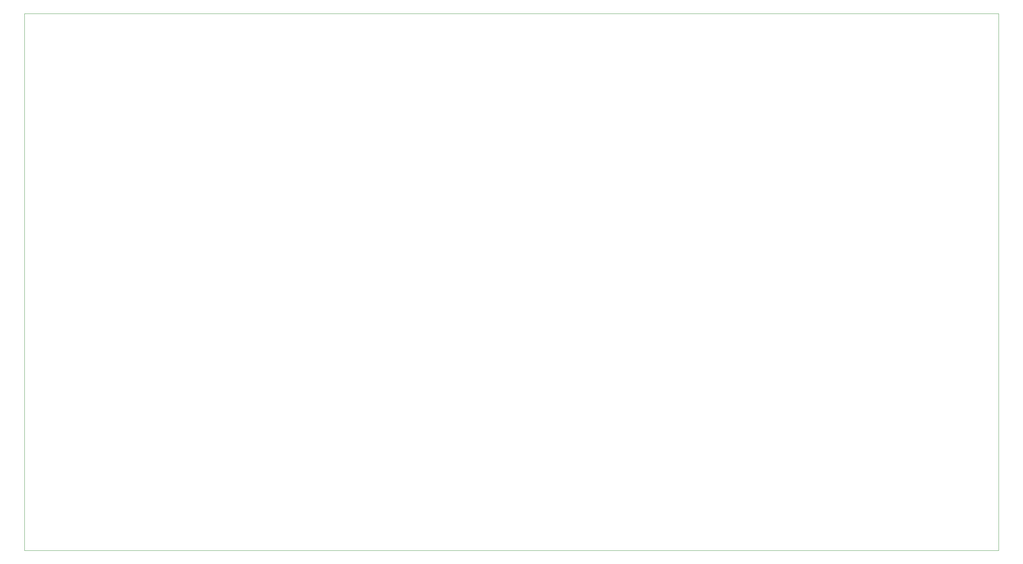
<source format=gbr>
%TF.GenerationSoftware,KiCad,Pcbnew,9.0.3*%
%TF.CreationDate,2025-09-18T23:18:24-06:00*%
%TF.ProjectId,Main Board,4d61696e-2042-46f6-9172-642e6b696361,rev?*%
%TF.SameCoordinates,Original*%
%TF.FileFunction,Profile,NP*%
%FSLAX46Y46*%
G04 Gerber Fmt 4.6, Leading zero omitted, Abs format (unit mm)*
G04 Created by KiCad (PCBNEW 9.0.3) date 2025-09-18 23:18:24*
%MOMM*%
%LPD*%
G01*
G04 APERTURE LIST*
%TA.AperFunction,Profile*%
%ADD10C,0.050000*%
%TD*%
G04 APERTURE END LIST*
D10*
X29210000Y-21590000D02*
X272415000Y-21590000D01*
X272415000Y-155575000D01*
X29210000Y-155575000D01*
X29210000Y-21590000D01*
M02*

</source>
